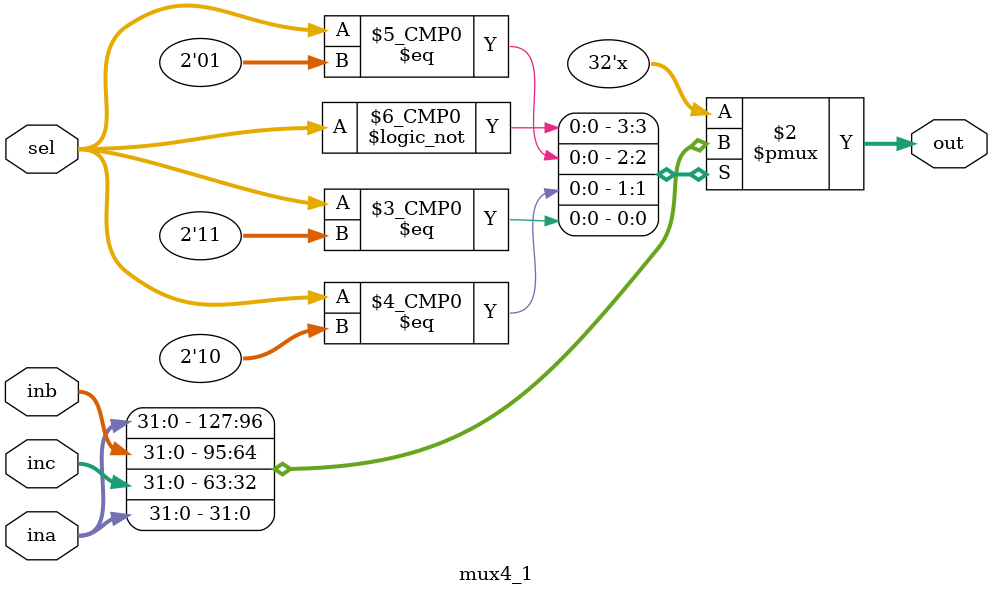
<source format=v>
module mux4_1(ina,inb,inc,sel,out);
  
  input [31:0] ina,inb,inc;
  input [1:0] sel;
  output reg [31:0] out;
  
  always@(ina,inb,inc,sel) begin
    case(sel)
      2'b00: out = ina;
      2'b01: out = inb;
      2'b10: out = inc;
      2'b11: out = ina;
    endcase
  end

endmodule
</source>
